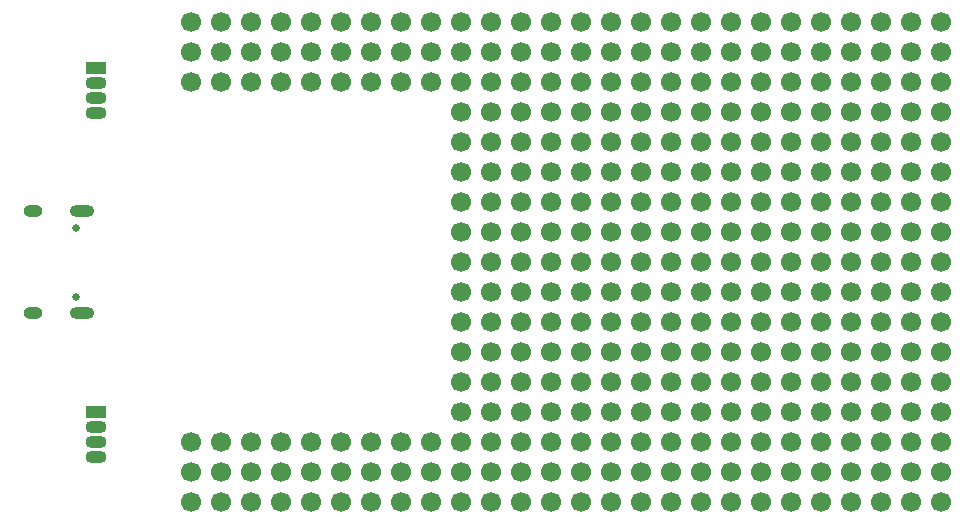
<source format=gbr>
G04 #@! TF.GenerationSoftware,KiCad,Pcbnew,5.1.9-73d0e3b20d~88~ubuntu20.04.1*
G04 #@! TF.CreationDate,2021-06-05T19:36:16+02:00*
G04 #@! TF.ProjectId,krieger,6b726965-6765-4722-9e6b-696361645f70,v2.0*
G04 #@! TF.SameCoordinates,Original*
G04 #@! TF.FileFunction,Soldermask,Bot*
G04 #@! TF.FilePolarity,Negative*
%FSLAX46Y46*%
G04 Gerber Fmt 4.6, Leading zero omitted, Abs format (unit mm)*
G04 Created by KiCad (PCBNEW 5.1.9-73d0e3b20d~88~ubuntu20.04.1) date 2021-06-05 19:36:16*
%MOMM*%
%LPD*%
G01*
G04 APERTURE LIST*
%ADD10C,1.700000*%
%ADD11O,1.600000X1.000000*%
%ADD12C,0.650000*%
%ADD13O,2.100000X1.000000*%
%ADD14O,1.800000X1.070000*%
%ADD15R,1.800000X1.070000*%
G04 APERTURE END LIST*
D10*
X155360000Y-79680000D03*
X152820000Y-79680000D03*
X150280000Y-79680000D03*
X147740000Y-79680000D03*
X145200000Y-79680000D03*
X142660000Y-79680000D03*
X140120000Y-79680000D03*
X137580000Y-79680000D03*
X135040000Y-79680000D03*
X155360000Y-82220000D03*
X152820000Y-82220000D03*
X150280000Y-82220000D03*
X147740000Y-82220000D03*
X145200000Y-82220000D03*
X142660000Y-82220000D03*
X140120000Y-82220000D03*
X137580000Y-82220000D03*
X135040000Y-82220000D03*
X155360000Y-84760000D03*
X152820000Y-84760000D03*
X150280000Y-84760000D03*
X147740000Y-84760000D03*
X145200000Y-84760000D03*
X142660000Y-84760000D03*
X140120000Y-84760000D03*
X137580000Y-84760000D03*
X135040000Y-84760000D03*
X155360000Y-115240000D03*
X152820000Y-115240000D03*
X150280000Y-115240000D03*
X147740000Y-115240000D03*
X145200000Y-115240000D03*
X142660000Y-115240000D03*
X140120000Y-115240000D03*
X137580000Y-115240000D03*
X135040000Y-115240000D03*
X155360000Y-117780000D03*
X152820000Y-117780000D03*
X150280000Y-117780000D03*
X147740000Y-117780000D03*
X145200000Y-117780000D03*
X142660000Y-117780000D03*
X140120000Y-117780000D03*
X137580000Y-117780000D03*
X135040000Y-117780000D03*
X155360000Y-120320000D03*
X152820000Y-120320000D03*
X150280000Y-120320000D03*
X147740000Y-120320000D03*
X145200000Y-120320000D03*
X142660000Y-120320000D03*
X140120000Y-120320000D03*
X137580000Y-120320000D03*
X135040000Y-120320000D03*
X160440000Y-79680000D03*
X160440000Y-82220000D03*
X160440000Y-84760000D03*
X160440000Y-79680000D03*
X160440000Y-84760000D03*
X160440000Y-82220000D03*
X157900000Y-79680000D03*
X157900000Y-84760000D03*
X157900000Y-82220000D03*
X160440000Y-115240000D03*
X160440000Y-117780000D03*
X160440000Y-120320000D03*
X160440000Y-115240000D03*
X160440000Y-120320000D03*
X160440000Y-117780000D03*
X157900000Y-115240000D03*
X157900000Y-120320000D03*
X157900000Y-117780000D03*
X162980000Y-82220000D03*
X162980000Y-84760000D03*
X162980000Y-79680000D03*
X162980000Y-117780000D03*
X162980000Y-120320000D03*
X162980000Y-115240000D03*
X183300000Y-115240000D03*
X183300000Y-117780000D03*
X183300000Y-112700000D03*
X165520000Y-117780000D03*
X165520000Y-120320000D03*
X165520000Y-115240000D03*
X162980000Y-97460000D03*
X165520000Y-97460000D03*
X168060000Y-97460000D03*
X170600000Y-97460000D03*
X173140000Y-97460000D03*
X175680000Y-97460000D03*
X178220000Y-97460000D03*
X180760000Y-97460000D03*
X183300000Y-97460000D03*
X185840000Y-97460000D03*
X188380000Y-97460000D03*
X190920000Y-100000000D03*
X185840000Y-115240000D03*
X162980000Y-87300000D03*
X162980000Y-89840000D03*
X162980000Y-92380000D03*
X162980000Y-94920000D03*
X165520000Y-94920000D03*
X165520000Y-92380000D03*
X165520000Y-89840000D03*
X165520000Y-87300000D03*
X165520000Y-84760000D03*
X165520000Y-120320000D03*
X165520000Y-117780000D03*
X168060000Y-117780000D03*
X168060000Y-120320000D03*
X168060000Y-84760000D03*
X168060000Y-89840000D03*
X168060000Y-87300000D03*
X168060000Y-92380000D03*
X168060000Y-94920000D03*
X170600000Y-94920000D03*
X170600000Y-92380000D03*
X170600000Y-89840000D03*
X170600000Y-87300000D03*
X170600000Y-84760000D03*
X170600000Y-120320000D03*
X170600000Y-117780000D03*
X173140000Y-117780000D03*
X173140000Y-120320000D03*
X173140000Y-84760000D03*
X173140000Y-87300000D03*
X173140000Y-89840000D03*
X173140000Y-92380000D03*
X173140000Y-94920000D03*
X175680000Y-92380000D03*
X175680000Y-89840000D03*
X175680000Y-87300000D03*
X175680000Y-84760000D03*
X175680000Y-120320000D03*
X175680000Y-117780000D03*
X178220000Y-117780000D03*
X178220000Y-120320000D03*
X178220000Y-84760000D03*
X178220000Y-87300000D03*
X178220000Y-89840000D03*
X178220000Y-92380000D03*
X178220000Y-94920000D03*
X175680000Y-94920000D03*
X180760000Y-94920000D03*
X180760000Y-92380000D03*
X180760000Y-89840000D03*
X180760000Y-87300000D03*
X180760000Y-84760000D03*
X180760000Y-120320000D03*
X180760000Y-117780000D03*
X183300000Y-117780000D03*
X183300000Y-120320000D03*
X183300000Y-84760000D03*
X183300000Y-87300000D03*
X183300000Y-89840000D03*
X183300000Y-92380000D03*
X183300000Y-94920000D03*
X185840000Y-94920000D03*
X185840000Y-92380000D03*
X185840000Y-89840000D03*
X185840000Y-87300000D03*
X188380000Y-87300000D03*
X188380000Y-89840000D03*
X188380000Y-92380000D03*
X188380000Y-94920000D03*
X190920000Y-97460000D03*
X190920000Y-94920000D03*
X190920000Y-92380000D03*
X190920000Y-89840000D03*
X190920000Y-87300000D03*
X190920000Y-112700000D03*
X188380000Y-110160000D03*
X185840000Y-110160000D03*
X185840000Y-112700000D03*
X162980000Y-100000000D03*
X165520000Y-100000000D03*
X168060000Y-100000000D03*
X170600000Y-100000000D03*
X173140000Y-100000000D03*
X175680000Y-100000000D03*
X178220000Y-100000000D03*
X180760000Y-100000000D03*
X183300000Y-100000000D03*
X185840000Y-100000000D03*
X188380000Y-100000000D03*
X190920000Y-102540000D03*
X190920000Y-105080000D03*
X190920000Y-107620000D03*
X190920000Y-110160000D03*
X188380000Y-107620000D03*
X185840000Y-107620000D03*
X183300000Y-107620000D03*
X183300000Y-110160000D03*
X183300000Y-112700000D03*
X183300000Y-115240000D03*
X162980000Y-102540000D03*
X165520000Y-102540000D03*
X168060000Y-102540000D03*
X170600000Y-102540000D03*
X173140000Y-102540000D03*
X175680000Y-102540000D03*
X178220000Y-102540000D03*
X180760000Y-102540000D03*
X183300000Y-102540000D03*
X185840000Y-102540000D03*
X188380000Y-102540000D03*
X188380000Y-105080000D03*
X185840000Y-105080000D03*
X183300000Y-105080000D03*
X180760000Y-105080000D03*
X180760000Y-107620000D03*
X180760000Y-110160000D03*
X180760000Y-112700000D03*
X180760000Y-115240000D03*
X178220000Y-115240000D03*
X175680000Y-115240000D03*
X173140000Y-115240000D03*
X170600000Y-115240000D03*
X168060000Y-115240000D03*
X165520000Y-115240000D03*
X162980000Y-107620000D03*
X162980000Y-105080000D03*
X165520000Y-105080000D03*
X168060000Y-105080000D03*
X170600000Y-105080000D03*
X173140000Y-105080000D03*
X175680000Y-105080000D03*
X178220000Y-105080000D03*
X178220000Y-107620000D03*
X178220000Y-110160000D03*
X178220000Y-112700000D03*
X175680000Y-112700000D03*
X173140000Y-112700000D03*
X170600000Y-112700000D03*
X168060000Y-112700000D03*
X165520000Y-112700000D03*
X162980000Y-112700000D03*
X162980000Y-110160000D03*
X165520000Y-110160000D03*
X165520000Y-107620000D03*
X168060000Y-107620000D03*
X170600000Y-107620000D03*
X175680000Y-107620000D03*
X175680000Y-110160000D03*
X173140000Y-110160000D03*
X170600000Y-110160000D03*
X168060000Y-110160000D03*
X173140000Y-107620000D03*
X190920000Y-84760000D03*
X188380000Y-84760000D03*
X185840000Y-84760000D03*
X190920000Y-115240000D03*
X188380000Y-115240000D03*
X188380000Y-112700000D03*
X185840000Y-117780000D03*
X185840000Y-120320000D03*
X160440000Y-102540000D03*
X160440000Y-100000000D03*
X160440000Y-105080000D03*
X160440000Y-112700000D03*
X160440000Y-110160000D03*
X160440000Y-107620000D03*
X160440000Y-87300000D03*
X160440000Y-89840000D03*
X160440000Y-97460000D03*
X160440000Y-92380000D03*
X160440000Y-94920000D03*
X157900000Y-97460000D03*
X157900000Y-94920000D03*
X157900000Y-102540000D03*
X157900000Y-100000000D03*
X157900000Y-89840000D03*
X157900000Y-92380000D03*
X157900000Y-87300000D03*
X157900000Y-110160000D03*
X157900000Y-107620000D03*
X157900000Y-105080000D03*
X157900000Y-112700000D03*
X168060000Y-79680000D03*
X168060000Y-82220000D03*
X170600000Y-82220000D03*
X173140000Y-82220000D03*
X173140000Y-79680000D03*
X170600000Y-79680000D03*
X175680000Y-82220000D03*
X175680000Y-79680000D03*
X178220000Y-82220000D03*
X178220000Y-79680000D03*
X183300000Y-82220000D03*
X180760000Y-82220000D03*
X180760000Y-79680000D03*
X183300000Y-79680000D03*
X185840000Y-82220000D03*
X185840000Y-79680000D03*
X165520000Y-79680000D03*
X165520000Y-79680000D03*
X165520000Y-82220000D03*
X188380000Y-117780000D03*
X188380000Y-120320000D03*
X190920000Y-117780000D03*
X190920000Y-120320000D03*
X188380000Y-79680000D03*
X190920000Y-79680000D03*
X190920000Y-82220000D03*
X188380000Y-82220000D03*
X193460000Y-84760000D03*
X196000000Y-97460000D03*
X198540000Y-100000000D03*
X193460000Y-97460000D03*
X193460000Y-115240000D03*
X198540000Y-110160000D03*
X193460000Y-110160000D03*
X198540000Y-87300000D03*
X193460000Y-120320000D03*
X193460000Y-117780000D03*
X196000000Y-87300000D03*
X198540000Y-117780000D03*
X196000000Y-120320000D03*
X193460000Y-102540000D03*
X193460000Y-79680000D03*
X196000000Y-94920000D03*
X196000000Y-112700000D03*
X196000000Y-115240000D03*
X198540000Y-94920000D03*
X193460000Y-107620000D03*
X193460000Y-105080000D03*
X198540000Y-89840000D03*
X198540000Y-105080000D03*
X193460000Y-112700000D03*
X196000000Y-107620000D03*
X198540000Y-115240000D03*
X198540000Y-112700000D03*
X196000000Y-110160000D03*
X196000000Y-82220000D03*
X196000000Y-79680000D03*
X198540000Y-120320000D03*
X198540000Y-82220000D03*
X198540000Y-79680000D03*
X198540000Y-84760000D03*
X193460000Y-100000000D03*
X196000000Y-84760000D03*
X193460000Y-87300000D03*
X193460000Y-82220000D03*
X193460000Y-94920000D03*
X198540000Y-102540000D03*
X198540000Y-97460000D03*
X193460000Y-89840000D03*
X196000000Y-89840000D03*
X196000000Y-100000000D03*
X196000000Y-105080000D03*
X196000000Y-117780000D03*
X193460000Y-92380000D03*
X198540000Y-107620000D03*
X198540000Y-92380000D03*
X196000000Y-92380000D03*
X196000000Y-102540000D03*
D11*
X121640000Y-104320000D03*
D12*
X125290000Y-102890000D03*
D11*
X121640000Y-95680000D03*
D12*
X125290000Y-97110000D03*
D13*
X125820000Y-95680000D03*
X125820000Y-104320000D03*
D14*
X127000000Y-87310000D03*
X127000000Y-86040000D03*
X127000000Y-84770000D03*
D15*
X127000000Y-83500000D03*
X127000000Y-112700000D03*
D14*
X127000000Y-113970000D03*
X127000000Y-115240000D03*
X127000000Y-116510000D03*
M02*

</source>
